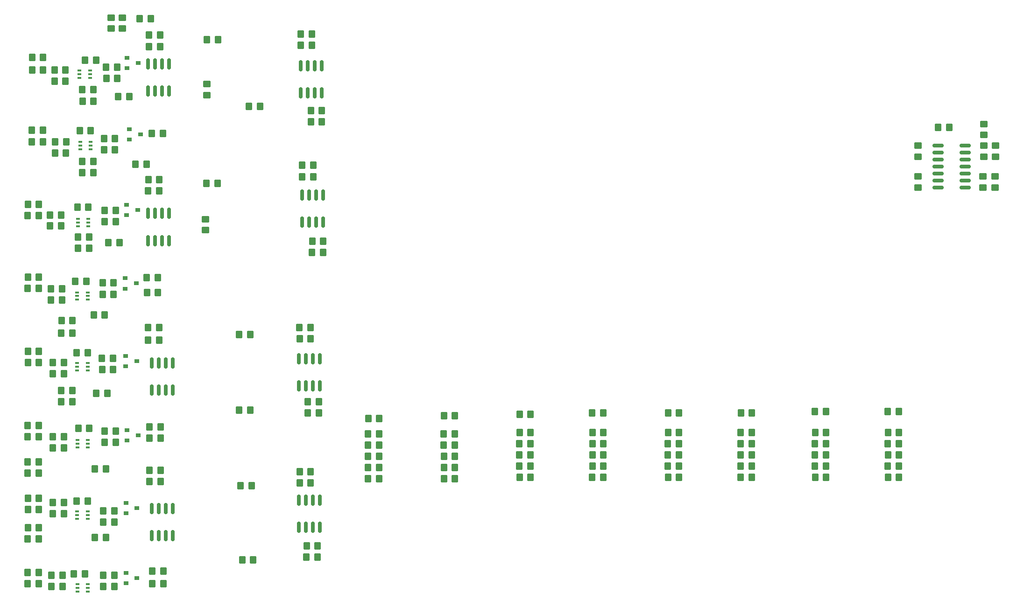
<source format=gbr>
%TF.GenerationSoftware,KiCad,Pcbnew,6.0.4-1.fc35*%
%TF.CreationDate,2022-05-28T16:25:33-04:00*%
%TF.ProjectId,kassuVCA,6b617373-7556-4434-912e-6b696361645f,rev?*%
%TF.SameCoordinates,Original*%
%TF.FileFunction,Paste,Bot*%
%TF.FilePolarity,Positive*%
%FSLAX46Y46*%
G04 Gerber Fmt 4.6, Leading zero omitted, Abs format (unit mm)*
G04 Created by KiCad (PCBNEW 6.0.4-1.fc35) date 2022-05-28 16:25:33*
%MOMM*%
%LPD*%
G01*
G04 APERTURE LIST*
G04 Aperture macros list*
%AMRoundRect*
0 Rectangle with rounded corners*
0 $1 Rounding radius*
0 $2 $3 $4 $5 $6 $7 $8 $9 X,Y pos of 4 corners*
0 Add a 4 corners polygon primitive as box body*
4,1,4,$2,$3,$4,$5,$6,$7,$8,$9,$2,$3,0*
0 Add four circle primitives for the rounded corners*
1,1,$1+$1,$2,$3*
1,1,$1+$1,$4,$5*
1,1,$1+$1,$6,$7*
1,1,$1+$1,$8,$9*
0 Add four rect primitives between the rounded corners*
20,1,$1+$1,$2,$3,$4,$5,0*
20,1,$1+$1,$4,$5,$6,$7,0*
20,1,$1+$1,$6,$7,$8,$9,0*
20,1,$1+$1,$8,$9,$2,$3,0*%
G04 Aperture macros list end*
%ADD10RoundRect,0.249999X0.350001X0.450001X-0.350001X0.450001X-0.350001X-0.450001X0.350001X-0.450001X0*%
%ADD11RoundRect,0.150000X-0.150000X0.825000X-0.150000X-0.825000X0.150000X-0.825000X0.150000X0.825000X0*%
%ADD12RoundRect,0.150000X-0.825000X-0.150000X0.825000X-0.150000X0.825000X0.150000X-0.825000X0.150000X0*%
%ADD13RoundRect,0.249999X-0.350001X-0.450001X0.350001X-0.450001X0.350001X0.450001X-0.350001X0.450001X0*%
%ADD14RoundRect,0.249999X-0.450001X0.350001X-0.450001X-0.350001X0.450001X-0.350001X0.450001X0.350001X0*%
%ADD15RoundRect,0.249999X0.450001X-0.350001X0.450001X0.350001X-0.450001X0.350001X-0.450001X-0.350001X0*%
%ADD16R,0.650000X0.400000*%
%ADD17R,0.900000X0.800000*%
G04 APERTURE END LIST*
D10*
%TO.C,R517*%
X40894000Y-65151000D03*
X42894000Y-65151000D03*
%TD*%
D11*
%TO.C,U502*%
X76708000Y-65213000D03*
X77978000Y-65213000D03*
X79248000Y-65213000D03*
X80518000Y-65213000D03*
X80518000Y-60263000D03*
X79248000Y-60263000D03*
X77978000Y-60263000D03*
X76708000Y-60263000D03*
%TD*%
%TO.C,U501*%
X48768000Y-68577000D03*
X50038000Y-68577000D03*
X51308000Y-68577000D03*
X52578000Y-68577000D03*
X52578000Y-63627000D03*
X51308000Y-63627000D03*
X50038000Y-63627000D03*
X48768000Y-63627000D03*
%TD*%
%TO.C,U402*%
X76454000Y-41780000D03*
X77724000Y-41780000D03*
X78994000Y-41780000D03*
X80264000Y-41780000D03*
X80264000Y-36830000D03*
X78994000Y-36830000D03*
X77724000Y-36830000D03*
X76454000Y-36830000D03*
%TD*%
%TO.C,U401*%
X48768000Y-41402000D03*
X50038000Y-41402000D03*
X51308000Y-41402000D03*
X52578000Y-41402000D03*
X52578000Y-36452000D03*
X51308000Y-36452000D03*
X50038000Y-36452000D03*
X48768000Y-36452000D03*
%TD*%
D12*
%TO.C,U301*%
X196923000Y-58970000D03*
X196923000Y-57700000D03*
X196923000Y-56430000D03*
X196923000Y-55160000D03*
X196923000Y-53890000D03*
X196923000Y-52620000D03*
X196923000Y-51350000D03*
X191973000Y-51350000D03*
X191973000Y-52620000D03*
X191973000Y-53890000D03*
X191973000Y-55160000D03*
X191973000Y-56430000D03*
X191973000Y-57700000D03*
X191973000Y-58970000D03*
%TD*%
D11*
%TO.C,U4*%
X76073000Y-120585000D03*
X77343000Y-120585000D03*
X78613000Y-120585000D03*
X79883000Y-120585000D03*
X79883000Y-115635000D03*
X78613000Y-115635000D03*
X77343000Y-115635000D03*
X76073000Y-115635000D03*
%TD*%
%TO.C,U3*%
X49403000Y-122109000D03*
X50673000Y-122109000D03*
X51943000Y-122109000D03*
X53213000Y-122109000D03*
X53213000Y-117159000D03*
X51943000Y-117159000D03*
X50673000Y-117159000D03*
X49403000Y-117159000D03*
%TD*%
%TO.C,U2*%
X76073000Y-94931000D03*
X77343000Y-94931000D03*
X78613000Y-94931000D03*
X79883000Y-94931000D03*
X79883000Y-89981000D03*
X78613000Y-89981000D03*
X77343000Y-89981000D03*
X76073000Y-89981000D03*
%TD*%
%TO.C,U1*%
X49403000Y-95693000D03*
X50673000Y-95693000D03*
X51943000Y-95693000D03*
X53213000Y-95693000D03*
X53213000Y-90743000D03*
X51943000Y-90743000D03*
X50673000Y-90743000D03*
X49403000Y-90743000D03*
%TD*%
D13*
%TO.C,R542*%
X131318000Y-103378000D03*
X129318000Y-103378000D03*
%TD*%
%TO.C,R541*%
X131318000Y-107442000D03*
X129318000Y-107442000D03*
%TD*%
%TO.C,R540*%
X118110000Y-103378000D03*
X116110000Y-103378000D03*
%TD*%
%TO.C,R539*%
X118094000Y-107442000D03*
X116094000Y-107442000D03*
%TD*%
D10*
%TO.C,R538*%
X129318000Y-105410000D03*
X131318000Y-105410000D03*
%TD*%
%TO.C,R537*%
X129318000Y-109474000D03*
X131318000Y-109474000D03*
%TD*%
%TO.C,R536*%
X116094000Y-105410000D03*
X118094000Y-105410000D03*
%TD*%
%TO.C,R535*%
X116078000Y-109474000D03*
X118078000Y-109474000D03*
%TD*%
D13*
%TO.C,R534*%
X131302000Y-111506000D03*
X129302000Y-111506000D03*
%TD*%
%TO.C,R533*%
X118110000Y-111506000D03*
X116110000Y-111506000D03*
%TD*%
%TO.C,R532*%
X80518000Y-68707000D03*
X78518000Y-68707000D03*
%TD*%
%TO.C,R531*%
X78724000Y-57023000D03*
X76724000Y-57023000D03*
%TD*%
D10*
%TO.C,R530*%
X31147000Y-79375000D03*
X33147000Y-79375000D03*
%TD*%
%TO.C,R529*%
X30988000Y-65913000D03*
X32988000Y-65913000D03*
%TD*%
D13*
%TO.C,R528*%
X33131000Y-77343000D03*
X31131000Y-77343000D03*
%TD*%
D10*
%TO.C,R527*%
X78502000Y-70739000D03*
X80502000Y-70739000D03*
%TD*%
D13*
%TO.C,R526*%
X32982000Y-63936000D03*
X30982000Y-63936000D03*
%TD*%
D10*
%TO.C,R525*%
X76708000Y-54864000D03*
X78708000Y-54864000D03*
%TD*%
%TO.C,R524*%
X40513000Y-76200000D03*
X42513000Y-76200000D03*
%TD*%
%TO.C,R523*%
X40894000Y-63119000D03*
X42894000Y-63119000D03*
%TD*%
%TO.C,R522*%
X41545000Y-68961000D03*
X43545000Y-68961000D03*
%TD*%
%TO.C,R521*%
X35576000Y-75946000D03*
X37576000Y-75946000D03*
%TD*%
%TO.C,R520*%
X46498000Y-54737000D03*
X48498000Y-54737000D03*
%TD*%
%TO.C,R519*%
X35941000Y-62484000D03*
X37941000Y-62484000D03*
%TD*%
%TO.C,R518*%
X40513000Y-78284000D03*
X42513000Y-78284000D03*
%TD*%
D13*
%TO.C,R516*%
X131302000Y-99822000D03*
X129302000Y-99822000D03*
%TD*%
D10*
%TO.C,R515*%
X26924000Y-77216000D03*
X28924000Y-77216000D03*
%TD*%
D13*
%TO.C,R514*%
X118110000Y-100076000D03*
X116110000Y-100076000D03*
%TD*%
D10*
%TO.C,R513*%
X26924000Y-64008000D03*
X28924000Y-64008000D03*
%TD*%
D13*
%TO.C,R512*%
X50546000Y-77978000D03*
X48546000Y-77978000D03*
%TD*%
%TO.C,R511*%
X61341000Y-58166000D03*
X59341000Y-58166000D03*
%TD*%
%TO.C,R510*%
X50530000Y-75311000D03*
X48530000Y-75311000D03*
%TD*%
%TO.C,R509*%
X50800000Y-57531000D03*
X48800000Y-57531000D03*
%TD*%
D14*
%TO.C,R508*%
X59182000Y-66659000D03*
X59182000Y-64659000D03*
%TD*%
D10*
%TO.C,R507*%
X48784000Y-59563000D03*
X50784000Y-59563000D03*
%TD*%
D13*
%TO.C,R506*%
X28956000Y-75184000D03*
X26956000Y-75184000D03*
%TD*%
%TO.C,R505*%
X28956000Y-61976000D03*
X26956000Y-61976000D03*
%TD*%
D10*
%TO.C,R504*%
X36084000Y-69977000D03*
X38084000Y-69977000D03*
%TD*%
%TO.C,R503*%
X36846000Y-56261000D03*
X38846000Y-56261000D03*
%TD*%
D13*
%TO.C,R502*%
X38084000Y-67945000D03*
X36084000Y-67945000D03*
%TD*%
%TO.C,R501*%
X38830000Y-54229000D03*
X36830000Y-54229000D03*
%TD*%
%TO.C,R442*%
X104378000Y-103632000D03*
X102378000Y-103632000D03*
%TD*%
%TO.C,R441*%
X104394000Y-107696000D03*
X102394000Y-107696000D03*
%TD*%
%TO.C,R440*%
X90646000Y-103632000D03*
X88646000Y-103632000D03*
%TD*%
%TO.C,R439*%
X90662000Y-107696000D03*
X88662000Y-107696000D03*
%TD*%
D10*
%TO.C,R438*%
X102362000Y-105664000D03*
X104362000Y-105664000D03*
%TD*%
%TO.C,R437*%
X102394000Y-109728000D03*
X104394000Y-109728000D03*
%TD*%
%TO.C,R436*%
X88662000Y-105664000D03*
X90662000Y-105664000D03*
%TD*%
%TO.C,R435*%
X88662000Y-109728000D03*
X90662000Y-109728000D03*
%TD*%
D13*
%TO.C,R434*%
X104394000Y-111760000D03*
X102394000Y-111760000D03*
%TD*%
%TO.C,R433*%
X90662000Y-111760000D03*
X88662000Y-111760000D03*
%TD*%
%TO.C,R432*%
X80264000Y-44958000D03*
X78264000Y-44958000D03*
%TD*%
%TO.C,R431*%
X78470000Y-33147000D03*
X76470000Y-33147000D03*
%TD*%
D10*
%TO.C,R430*%
X31877000Y-52705000D03*
X33877000Y-52705000D03*
%TD*%
%TO.C,R429*%
X31782000Y-39624000D03*
X33782000Y-39624000D03*
%TD*%
D13*
%TO.C,R428*%
X33909000Y-50673000D03*
X31909000Y-50673000D03*
%TD*%
D10*
%TO.C,R427*%
X78264000Y-46990000D03*
X80264000Y-46990000D03*
%TD*%
D13*
%TO.C,R426*%
X33782000Y-37592000D03*
X31782000Y-37592000D03*
%TD*%
D10*
%TO.C,R425*%
X76454000Y-31115000D03*
X78454000Y-31115000D03*
%TD*%
%TO.C,R424*%
X40767000Y-50038000D03*
X42767000Y-50038000D03*
%TD*%
%TO.C,R423*%
X41148000Y-37084000D03*
X43148000Y-37084000D03*
%TD*%
D13*
%TO.C,R422*%
X45339000Y-42418000D03*
X43339000Y-42418000D03*
%TD*%
D10*
%TO.C,R421*%
X36354000Y-48641000D03*
X38354000Y-48641000D03*
%TD*%
%TO.C,R420*%
X47260000Y-28321000D03*
X49260000Y-28321000D03*
%TD*%
%TO.C,R419*%
X37338000Y-35814000D03*
X39338000Y-35814000D03*
%TD*%
%TO.C,R418*%
X40767000Y-52070000D03*
X42767000Y-52070000D03*
%TD*%
%TO.C,R417*%
X41180000Y-39116000D03*
X43180000Y-39116000D03*
%TD*%
D13*
%TO.C,R416*%
X104394000Y-100330000D03*
X102394000Y-100330000D03*
%TD*%
D10*
%TO.C,R415*%
X27686000Y-50673000D03*
X29686000Y-50673000D03*
%TD*%
D13*
%TO.C,R414*%
X90678000Y-100838000D03*
X88678000Y-100838000D03*
%TD*%
D10*
%TO.C,R413*%
X27718000Y-37592000D03*
X29718000Y-37592000D03*
%TD*%
D13*
%TO.C,R412*%
X69072000Y-44196000D03*
X67072000Y-44196000D03*
%TD*%
%TO.C,R411*%
X61452000Y-32131000D03*
X59452000Y-32131000D03*
%TD*%
%TO.C,R410*%
X51419000Y-49149000D03*
X49419000Y-49149000D03*
%TD*%
%TO.C,R409*%
X50927000Y-31242000D03*
X48927000Y-31242000D03*
%TD*%
D14*
%TO.C,R408*%
X59436000Y-42132000D03*
X59436000Y-40132000D03*
%TD*%
D10*
%TO.C,R407*%
X48927000Y-33401000D03*
X50927000Y-33401000D03*
%TD*%
D13*
%TO.C,R406*%
X29686000Y-48514000D03*
X27686000Y-48514000D03*
%TD*%
%TO.C,R405*%
X29718000Y-35306000D03*
X27718000Y-35306000D03*
%TD*%
D10*
%TO.C,R404*%
X36862000Y-43307000D03*
X38862000Y-43307000D03*
%TD*%
D15*
%TO.C,R403*%
X44069000Y-28099000D03*
X44069000Y-30099000D03*
%TD*%
D13*
%TO.C,R402*%
X38846000Y-41148000D03*
X36846000Y-41148000D03*
%TD*%
D14*
%TO.C,R401*%
X42037000Y-30092400D03*
X42037000Y-28092400D03*
%TD*%
%TO.C,R308*%
X200279000Y-49387000D03*
X200279000Y-47387000D03*
%TD*%
%TO.C,R307*%
X202311000Y-58896000D03*
X202311000Y-56896000D03*
%TD*%
D15*
%TO.C,R306*%
X200152000Y-56912000D03*
X200152000Y-58912000D03*
%TD*%
D14*
%TO.C,R305*%
X200279000Y-53340000D03*
X200279000Y-51340000D03*
%TD*%
D10*
%TO.C,R304*%
X192024000Y-48006000D03*
X194024000Y-48006000D03*
%TD*%
D15*
%TO.C,R303*%
X202438000Y-51324000D03*
X202438000Y-53324000D03*
%TD*%
%TO.C,R302*%
X188341000Y-56928000D03*
X188341000Y-58928000D03*
%TD*%
D14*
%TO.C,R301*%
X188341000Y-53324000D03*
X188341000Y-51324000D03*
%TD*%
D13*
%TO.C,R84*%
X184912000Y-103378000D03*
X182912000Y-103378000D03*
%TD*%
%TO.C,R83*%
X184912000Y-107442000D03*
X182912000Y-107442000D03*
%TD*%
%TO.C,R82*%
X171704000Y-103378000D03*
X169704000Y-103378000D03*
%TD*%
%TO.C,R81*%
X171688000Y-107442000D03*
X169688000Y-107442000D03*
%TD*%
D10*
%TO.C,R80*%
X182880000Y-105410000D03*
X184880000Y-105410000D03*
%TD*%
%TO.C,R79*%
X182896000Y-109474000D03*
X184896000Y-109474000D03*
%TD*%
%TO.C,R78*%
X169688000Y-105410000D03*
X171688000Y-105410000D03*
%TD*%
%TO.C,R77*%
X169688000Y-109474000D03*
X171688000Y-109474000D03*
%TD*%
D13*
%TO.C,R76*%
X184912000Y-111506000D03*
X182912000Y-111506000D03*
%TD*%
%TO.C,R75*%
X171704000Y-111506000D03*
X169704000Y-111506000D03*
%TD*%
%TO.C,R74*%
X79502000Y-123952000D03*
X77502000Y-123952000D03*
%TD*%
%TO.C,R73*%
X78232000Y-112522000D03*
X76232000Y-112522000D03*
%TD*%
D10*
%TO.C,R72*%
X31242000Y-129286000D03*
X33242000Y-129286000D03*
%TD*%
%TO.C,R71*%
X31496000Y-118110000D03*
X33496000Y-118110000D03*
%TD*%
D13*
%TO.C,R70*%
X33242000Y-131318000D03*
X31242000Y-131318000D03*
%TD*%
D10*
%TO.C,R69*%
X77486000Y-125984000D03*
X79486000Y-125984000D03*
%TD*%
D13*
%TO.C,R68*%
X33496000Y-116078000D03*
X31496000Y-116078000D03*
%TD*%
D10*
%TO.C,R67*%
X76232000Y-110490000D03*
X78232000Y-110490000D03*
%TD*%
%TO.C,R66*%
X40640000Y-129286000D03*
X42640000Y-129286000D03*
%TD*%
%TO.C,R65*%
X40640000Y-117602000D03*
X42640000Y-117602000D03*
%TD*%
D13*
%TO.C,R64*%
X41132000Y-122428000D03*
X39132000Y-122428000D03*
%TD*%
D10*
%TO.C,R63*%
X35322000Y-129032000D03*
X37322000Y-129032000D03*
%TD*%
D13*
%TO.C,R62*%
X41132000Y-109982000D03*
X39132000Y-109982000D03*
%TD*%
D10*
%TO.C,R61*%
X35814000Y-115824000D03*
X37814000Y-115824000D03*
%TD*%
%TO.C,R60*%
X40640000Y-131318000D03*
X42640000Y-131318000D03*
%TD*%
%TO.C,R59*%
X40640000Y-119634000D03*
X42640000Y-119634000D03*
%TD*%
D13*
%TO.C,R58*%
X184896000Y-99568000D03*
X182896000Y-99568000D03*
%TD*%
D10*
%TO.C,R57*%
X26924000Y-130810000D03*
X28924000Y-130810000D03*
%TD*%
D13*
%TO.C,R56*%
X171688000Y-99568000D03*
X169688000Y-99568000D03*
%TD*%
D10*
%TO.C,R55*%
X26956000Y-117348000D03*
X28956000Y-117348000D03*
%TD*%
D13*
%TO.C,R54*%
X67818000Y-126492000D03*
X65818000Y-126492000D03*
%TD*%
%TO.C,R53*%
X67548000Y-113030000D03*
X65548000Y-113030000D03*
%TD*%
D10*
%TO.C,R52*%
X49546000Y-130810000D03*
X51546000Y-130810000D03*
%TD*%
%TO.C,R51*%
X49022000Y-110236000D03*
X51022000Y-110236000D03*
%TD*%
D13*
%TO.C,R50*%
X51546000Y-128524000D03*
X49546000Y-128524000D03*
%TD*%
%TO.C,R49*%
X51038000Y-112268000D03*
X49038000Y-112268000D03*
%TD*%
%TO.C,R48*%
X28924000Y-128778000D03*
X26924000Y-128778000D03*
%TD*%
%TO.C,R47*%
X28956000Y-115316000D03*
X26956000Y-115316000D03*
%TD*%
D10*
%TO.C,R46*%
X26940000Y-122682000D03*
X28940000Y-122682000D03*
%TD*%
%TO.C,R45*%
X26940000Y-110744000D03*
X28940000Y-110744000D03*
%TD*%
D13*
%TO.C,R44*%
X28956000Y-120650000D03*
X26956000Y-120650000D03*
%TD*%
%TO.C,R43*%
X28940000Y-108712000D03*
X26940000Y-108712000D03*
%TD*%
%TO.C,R42*%
X158226000Y-103378000D03*
X156226000Y-103378000D03*
%TD*%
%TO.C,R41*%
X158226000Y-107442000D03*
X156226000Y-107442000D03*
%TD*%
%TO.C,R40*%
X145034000Y-103378000D03*
X143034000Y-103378000D03*
%TD*%
%TO.C,R39*%
X145018000Y-107442000D03*
X143018000Y-107442000D03*
%TD*%
D10*
%TO.C,R38*%
X156226000Y-105410000D03*
X158226000Y-105410000D03*
%TD*%
%TO.C,R37*%
X156210000Y-109474000D03*
X158210000Y-109474000D03*
%TD*%
%TO.C,R36*%
X143002000Y-105410000D03*
X145002000Y-105410000D03*
%TD*%
%TO.C,R35*%
X143002000Y-109474000D03*
X145002000Y-109474000D03*
%TD*%
D13*
%TO.C,R34*%
X158226000Y-111506000D03*
X156226000Y-111506000D03*
%TD*%
%TO.C,R33*%
X145034000Y-111506000D03*
X143034000Y-111506000D03*
%TD*%
%TO.C,R32*%
X79724000Y-97790000D03*
X77724000Y-97790000D03*
%TD*%
%TO.C,R31*%
X78232000Y-86360000D03*
X76232000Y-86360000D03*
%TD*%
D10*
%TO.C,R30*%
X31512000Y-106172000D03*
X33512000Y-106172000D03*
%TD*%
%TO.C,R29*%
X31496000Y-92710000D03*
X33496000Y-92710000D03*
%TD*%
D13*
%TO.C,R28*%
X33512000Y-104140000D03*
X31512000Y-104140000D03*
%TD*%
D10*
%TO.C,R27*%
X77724000Y-99822000D03*
X79724000Y-99822000D03*
%TD*%
D13*
%TO.C,R26*%
X33496000Y-90678000D03*
X31496000Y-90678000D03*
%TD*%
D10*
%TO.C,R25*%
X76200000Y-84328000D03*
X78200000Y-84328000D03*
%TD*%
D13*
%TO.C,R24*%
X42910000Y-103124000D03*
X40910000Y-103124000D03*
%TD*%
D10*
%TO.C,R23*%
X40402000Y-89916000D03*
X42402000Y-89916000D03*
%TD*%
%TO.C,R22*%
X39386000Y-96266000D03*
X41386000Y-96266000D03*
%TD*%
%TO.C,R21*%
X36100000Y-102616000D03*
X38100000Y-102616000D03*
%TD*%
%TO.C,R20*%
X38894000Y-82042000D03*
X40894000Y-82042000D03*
%TD*%
%TO.C,R19*%
X35830000Y-88900000D03*
X37830000Y-88900000D03*
%TD*%
D13*
%TO.C,R18*%
X42894000Y-105156000D03*
X40894000Y-105156000D03*
%TD*%
D10*
%TO.C,R17*%
X40418000Y-91948000D03*
X42418000Y-91948000D03*
%TD*%
D13*
%TO.C,R16*%
X158242000Y-99822000D03*
X156242000Y-99822000D03*
%TD*%
D10*
%TO.C,R15*%
X26940000Y-104140000D03*
X28940000Y-104140000D03*
%TD*%
D13*
%TO.C,R14*%
X145034000Y-99822000D03*
X143034000Y-99822000D03*
%TD*%
D10*
%TO.C,R13*%
X26956000Y-90678000D03*
X28956000Y-90678000D03*
%TD*%
D13*
%TO.C,R12*%
X67294000Y-99314000D03*
X65294000Y-99314000D03*
%TD*%
%TO.C,R11*%
X67294000Y-85598000D03*
X65294000Y-85598000D03*
%TD*%
%TO.C,R10*%
X51022000Y-104394000D03*
X49022000Y-104394000D03*
%TD*%
%TO.C,R9*%
X50784000Y-84328000D03*
X48784000Y-84328000D03*
%TD*%
%TO.C,R8*%
X51022000Y-102362000D03*
X49022000Y-102362000D03*
%TD*%
D10*
%TO.C,R7*%
X48768000Y-86614000D03*
X50768000Y-86614000D03*
%TD*%
D13*
%TO.C,R6*%
X28940000Y-102108000D03*
X26940000Y-102108000D03*
%TD*%
%TO.C,R5*%
X28956000Y-88646000D03*
X26956000Y-88646000D03*
%TD*%
D10*
%TO.C,R4*%
X33036000Y-97790000D03*
X35036000Y-97790000D03*
%TD*%
%TO.C,R3*%
X33020000Y-85344000D03*
X35020000Y-85344000D03*
%TD*%
D13*
%TO.C,R2*%
X35036000Y-95758000D03*
X33036000Y-95758000D03*
%TD*%
%TO.C,R1*%
X35052000Y-83058000D03*
X33052000Y-83058000D03*
%TD*%
D16*
%TO.C,Q504*%
X37780000Y-79263000D03*
X37780000Y-77963000D03*
X35880000Y-78613000D03*
X37780000Y-78613000D03*
X35880000Y-77963000D03*
X35880000Y-79263000D03*
%TD*%
%TO.C,Q503*%
X37907000Y-65928000D03*
X37907000Y-64628000D03*
X36007000Y-65278000D03*
X37907000Y-65278000D03*
X36007000Y-64628000D03*
X36007000Y-65928000D03*
%TD*%
D17*
%TO.C,Q502*%
X46593000Y-76327000D03*
X44593000Y-75377000D03*
X44593000Y-77277000D03*
%TD*%
%TO.C,Q501*%
X46847000Y-62992000D03*
X44847000Y-62042000D03*
X44847000Y-63942000D03*
%TD*%
%TO.C,Q404*%
X47355000Y-49276000D03*
X45355000Y-48326000D03*
X45355000Y-50226000D03*
%TD*%
D16*
%TO.C,Q403*%
X38349000Y-51958000D03*
X38349000Y-50658000D03*
X36449000Y-51308000D03*
X38349000Y-51308000D03*
X36449000Y-50658000D03*
X36449000Y-51958000D03*
%TD*%
%TO.C,Q402*%
X38227000Y-39004000D03*
X38227000Y-37704000D03*
X36327000Y-38354000D03*
X38227000Y-38354000D03*
X36327000Y-37704000D03*
X36327000Y-39004000D03*
%TD*%
D17*
%TO.C,Q401*%
X46974000Y-36322000D03*
X44974000Y-35372000D03*
X44974000Y-37272000D03*
%TD*%
D16*
%TO.C,Q8*%
X37846000Y-132222000D03*
X37846000Y-130922000D03*
X35946000Y-131572000D03*
X37846000Y-131572000D03*
X35946000Y-130922000D03*
X35946000Y-132222000D03*
%TD*%
%TO.C,Q7*%
X37780000Y-119014000D03*
X37780000Y-117714000D03*
X35880000Y-118364000D03*
X37780000Y-118364000D03*
X35880000Y-117714000D03*
X35880000Y-119014000D03*
%TD*%
D17*
%TO.C,Q6*%
X46736000Y-129794000D03*
X44736000Y-128844000D03*
X44736000Y-130744000D03*
%TD*%
%TO.C,Q5*%
X46736000Y-117094000D03*
X44736000Y-116144000D03*
X44736000Y-118044000D03*
%TD*%
D16*
%TO.C,Q4*%
X37846000Y-106060000D03*
X37846000Y-104760000D03*
X35946000Y-105410000D03*
X37846000Y-105410000D03*
X35946000Y-104760000D03*
X35946000Y-106060000D03*
%TD*%
%TO.C,Q3*%
X37780000Y-92090000D03*
X37780000Y-90790000D03*
X35880000Y-91440000D03*
X37780000Y-91440000D03*
X35880000Y-90790000D03*
X35880000Y-92090000D03*
%TD*%
D17*
%TO.C,Q2*%
X46974000Y-103886000D03*
X44974000Y-102936000D03*
X44974000Y-104836000D03*
%TD*%
%TO.C,Q1*%
X46720000Y-90424000D03*
X44720000Y-89474000D03*
X44720000Y-91374000D03*
%TD*%
M02*

</source>
